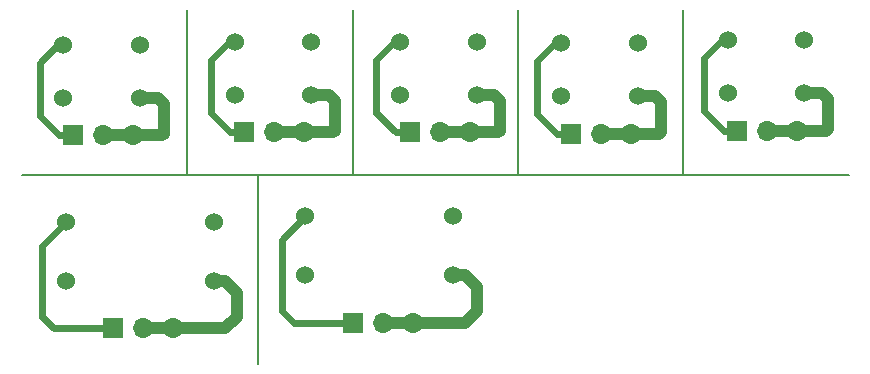
<source format=gbr>
%TF.GenerationSoftware,KiCad,Pcbnew,8.0.4*%
%TF.CreationDate,2024-09-12T20:09:12-05:00*%
%TF.ProjectId,PCBS 22,50434253-2032-4322-9e6b-696361645f70,rev?*%
%TF.SameCoordinates,Original*%
%TF.FileFunction,Copper,L2,Bot*%
%TF.FilePolarity,Positive*%
%FSLAX46Y46*%
G04 Gerber Fmt 4.6, Leading zero omitted, Abs format (unit mm)*
G04 Created by KiCad (PCBNEW 8.0.4) date 2024-09-12 20:09:12*
%MOMM*%
%LPD*%
G01*
G04 APERTURE LIST*
%TA.AperFunction,NonConductor*%
%ADD10C,0.200000*%
%TD*%
%TA.AperFunction,ComponentPad*%
%ADD11C,1.524000*%
%TD*%
%TA.AperFunction,ComponentPad*%
%ADD12R,1.700000X1.700000*%
%TD*%
%TA.AperFunction,ComponentPad*%
%ADD13O,1.700000X1.700000*%
%TD*%
%TA.AperFunction,Conductor*%
%ADD14C,1.000000*%
%TD*%
%TA.AperFunction,Conductor*%
%ADD15C,0.600000*%
%TD*%
G04 APERTURE END LIST*
D10*
X151000000Y-84000000D02*
X151000000Y-70000000D01*
X95000000Y-84000000D02*
X165000000Y-84000000D01*
X137000000Y-70000000D02*
X137000000Y-84000000D01*
X109000000Y-70000000D02*
X109000000Y-84000000D01*
X123000000Y-84000000D02*
X123000000Y-70000000D01*
X115000000Y-100000000D02*
X115000000Y-84000000D01*
D11*
%TO.P,SW1,1*%
%TO.N,/D1*%
X98500000Y-73000000D03*
%TO.P,SW1,2*%
%TO.N,unconnected-(SW1-Pad2)*%
X105000000Y-73000000D03*
%TO.N,unconnected-(SW1-Pad2)_1*%
X105000000Y-73000000D03*
%TO.N,unconnected-(SW1-Pad2)_2*%
X105000000Y-73000000D03*
%TO.P,SW1,3*%
%TO.N,unconnected-(SW1-Pad3)*%
X98500000Y-77500000D03*
%TO.P,SW1,4*%
%TO.N,GND*%
X105000000Y-77500000D03*
%TD*%
D12*
%TO.P,J1,1,Pin_1*%
%TO.N,/D1*%
X127835000Y-80405000D03*
D13*
%TO.P,J1,2,Pin_2*%
%TO.N,GND*%
X130375000Y-80405000D03*
%TO.P,J1,3,Pin_3*%
X132915000Y-80405000D03*
%TD*%
D11*
%TO.P,SW5,1*%
%TO.N,/D1*%
X154750000Y-72600000D03*
%TO.P,SW5,2*%
%TO.N,unconnected-(SW1-Pad2)*%
X161250000Y-72600000D03*
%TO.N,unconnected-(SW1-Pad2)_1*%
X161250000Y-72600000D03*
%TO.N,unconnected-(SW1-Pad2)_2*%
X161250000Y-72600000D03*
%TO.P,SW5,3*%
%TO.N,unconnected-(SW1-Pad3)*%
X154750000Y-77100000D03*
%TO.P,SW5,4*%
%TO.N,GND*%
X161250000Y-77100000D03*
%TD*%
%TO.P,SW2,1*%
%TO.N,/D1*%
X113000000Y-72750000D03*
%TO.P,SW2,2*%
%TO.N,unconnected-(SW1-Pad2)*%
X119500000Y-72750000D03*
%TO.N,unconnected-(SW1-Pad2)_1*%
X119500000Y-72750000D03*
%TO.N,unconnected-(SW1-Pad2)_2*%
X119500000Y-72750000D03*
%TO.P,SW2,3*%
%TO.N,unconnected-(SW1-Pad3)*%
X113000000Y-77250000D03*
%TO.P,SW2,4*%
%TO.N,GND*%
X119500000Y-77250000D03*
%TD*%
%TO.P,SW6,1*%
%TO.N,/D1*%
X98729671Y-88000000D03*
%TO.P,SW6,2*%
%TO.N,unconnected-(SW2-Pad2)*%
X111229671Y-88000000D03*
%TO.P,SW6,3*%
%TO.N,unconnected-(SW2-Pad3)*%
X98729671Y-93000000D03*
%TO.P,SW6,4*%
%TO.N,GND*%
X111229671Y-93000000D03*
%TD*%
D12*
%TO.P,J1,1,Pin_1*%
%TO.N,/D1*%
X99335000Y-80655000D03*
D13*
%TO.P,J1,2,Pin_2*%
%TO.N,GND*%
X101875000Y-80655000D03*
%TO.P,J1,3,Pin_3*%
X104415000Y-80655000D03*
%TD*%
D11*
%TO.P,SW7,1*%
%TO.N,/D1*%
X119000000Y-87500000D03*
%TO.P,SW7,2*%
%TO.N,unconnected-(SW2-Pad2)*%
X131500000Y-87500000D03*
%TO.P,SW7,3*%
%TO.N,unconnected-(SW2-Pad3)*%
X119000000Y-92500000D03*
%TO.P,SW7,4*%
%TO.N,GND*%
X131500000Y-92500000D03*
%TD*%
%TO.P,SW4,1*%
%TO.N,/D1*%
X140625000Y-72845000D03*
%TO.P,SW4,2*%
%TO.N,unconnected-(SW1-Pad2)*%
X147125000Y-72845000D03*
%TO.N,unconnected-(SW1-Pad2)_1*%
X147125000Y-72845000D03*
%TO.N,unconnected-(SW1-Pad2)_2*%
X147125000Y-72845000D03*
%TO.P,SW4,3*%
%TO.N,unconnected-(SW1-Pad3)*%
X140625000Y-77345000D03*
%TO.P,SW4,4*%
%TO.N,GND*%
X147125000Y-77345000D03*
%TD*%
%TO.P,SW3,1*%
%TO.N,/D1*%
X127000000Y-72750000D03*
%TO.P,SW3,2*%
%TO.N,unconnected-(SW1-Pad2)*%
X133500000Y-72750000D03*
%TO.N,unconnected-(SW1-Pad2)_1*%
X133500000Y-72750000D03*
%TO.N,unconnected-(SW1-Pad2)_2*%
X133500000Y-72750000D03*
%TO.P,SW3,3*%
%TO.N,unconnected-(SW1-Pad3)*%
X127000000Y-77250000D03*
%TO.P,SW3,4*%
%TO.N,GND*%
X133500000Y-77250000D03*
%TD*%
D12*
%TO.P,J2,1,Pin_1*%
%TO.N,/D1*%
X102729671Y-97000000D03*
D13*
%TO.P,J2,2,Pin_2*%
%TO.N,GND*%
X105269671Y-97000000D03*
%TO.P,J2,3,Pin_3*%
X107809671Y-97000000D03*
%TD*%
D12*
%TO.P,J1,1,Pin_1*%
%TO.N,/D1*%
X155585000Y-80255000D03*
D13*
%TO.P,J1,2,Pin_2*%
%TO.N,GND*%
X158125000Y-80255000D03*
%TO.P,J1,3,Pin_3*%
X160665000Y-80255000D03*
%TD*%
D12*
%TO.P,J1,1,Pin_1*%
%TO.N,/D1*%
X141460000Y-80500000D03*
D13*
%TO.P,J1,2,Pin_2*%
%TO.N,GND*%
X144000000Y-80500000D03*
%TO.P,J1,3,Pin_3*%
X146540000Y-80500000D03*
%TD*%
D12*
%TO.P,J3,1,Pin_1*%
%TO.N,/D1*%
X123000000Y-96500000D03*
D13*
%TO.P,J3,2,Pin_2*%
%TO.N,GND*%
X125540000Y-96500000D03*
%TO.P,J3,3,Pin_3*%
X128080000Y-96500000D03*
%TD*%
D12*
%TO.P,J1,1,Pin_1*%
%TO.N,/D1*%
X113835000Y-80405000D03*
D13*
%TO.P,J1,2,Pin_2*%
%TO.N,GND*%
X116375000Y-80405000D03*
%TO.P,J1,3,Pin_3*%
X118915000Y-80405000D03*
%TD*%
D14*
%TO.N,GND*%
X121500000Y-80250000D02*
X121500000Y-77750000D01*
X160665000Y-80255000D02*
X163095000Y-80255000D01*
X116375000Y-80405000D02*
X118915000Y-80405000D01*
X113229671Y-96000000D02*
X113229671Y-94000000D01*
X125540000Y-96500000D02*
X128080000Y-96500000D01*
X147125000Y-77345000D02*
X148625000Y-77345000D01*
X118915000Y-80405000D02*
X121345000Y-80405000D01*
X121000000Y-77250000D02*
X121500000Y-77750000D01*
X148970000Y-80500000D02*
X149125000Y-80345000D01*
X112229671Y-93000000D02*
X111229671Y-93000000D01*
X163095000Y-80255000D02*
X163250000Y-80100000D01*
X132500000Y-96500000D02*
X133500000Y-95500000D01*
X113229671Y-94000000D02*
X112229671Y-93000000D01*
X149125000Y-80345000D02*
X149125000Y-77845000D01*
X133500000Y-95500000D02*
X133500000Y-93500000D01*
X135500000Y-80250000D02*
X135500000Y-77750000D01*
X106500000Y-77500000D02*
X107000000Y-78000000D01*
X133500000Y-93500000D02*
X132500000Y-92500000D01*
X106845000Y-80655000D02*
X107000000Y-80500000D01*
X105269671Y-97000000D02*
X107809671Y-97000000D01*
X132915000Y-80405000D02*
X135345000Y-80405000D01*
X107000000Y-80500000D02*
X107000000Y-78000000D01*
X146540000Y-80500000D02*
X148970000Y-80500000D01*
X162750000Y-77100000D02*
X163250000Y-77600000D01*
X105000000Y-77500000D02*
X106500000Y-77500000D01*
X148625000Y-77345000D02*
X149125000Y-77845000D01*
X121345000Y-80405000D02*
X121500000Y-80250000D01*
X104415000Y-80655000D02*
X106845000Y-80655000D01*
X119500000Y-77250000D02*
X121000000Y-77250000D01*
X158125000Y-80255000D02*
X160665000Y-80255000D01*
X112229671Y-97000000D02*
X113229671Y-96000000D01*
X144000000Y-80500000D02*
X146540000Y-80500000D01*
X163250000Y-80100000D02*
X163250000Y-77600000D01*
X101875000Y-80655000D02*
X104415000Y-80655000D01*
X133500000Y-77250000D02*
X135000000Y-77250000D01*
X132500000Y-92500000D02*
X131500000Y-92500000D01*
X128080000Y-96500000D02*
X132500000Y-96500000D01*
X135000000Y-77250000D02*
X135500000Y-77750000D01*
X161250000Y-77100000D02*
X162750000Y-77100000D01*
X107809671Y-97000000D02*
X112229671Y-97000000D01*
X130375000Y-80405000D02*
X132915000Y-80405000D01*
X135345000Y-80405000D02*
X135500000Y-80250000D01*
D15*
%TO.N,/D1*%
X152750000Y-78600000D02*
X152750000Y-74100000D01*
X154250000Y-72600000D02*
X154750000Y-72600000D01*
X97729671Y-97000000D02*
X96729671Y-96000000D01*
X125000000Y-78750000D02*
X125000000Y-74250000D01*
X102729671Y-97000000D02*
X97729671Y-97000000D01*
X155585000Y-80255000D02*
X154405000Y-80255000D01*
X111000000Y-78750000D02*
X111000000Y-74250000D01*
X118000000Y-96500000D02*
X117000000Y-95500000D01*
X138625000Y-74345000D02*
X140125000Y-72845000D01*
X96729671Y-90000000D02*
X98729671Y-88000000D01*
X125000000Y-74250000D02*
X126500000Y-72750000D01*
X138625000Y-78845000D02*
X138625000Y-74345000D01*
X140280000Y-80500000D02*
X138625000Y-78845000D01*
X98155000Y-80655000D02*
X96500000Y-79000000D01*
X126655000Y-80405000D02*
X125000000Y-78750000D01*
X99335000Y-80655000D02*
X98155000Y-80655000D01*
X141460000Y-80500000D02*
X140280000Y-80500000D01*
X113835000Y-80405000D02*
X112655000Y-80405000D01*
X126500000Y-72750000D02*
X127000000Y-72750000D01*
X154405000Y-80255000D02*
X152750000Y-78600000D01*
X111000000Y-74250000D02*
X112500000Y-72750000D01*
X98000000Y-73000000D02*
X98500000Y-73000000D01*
X112500000Y-72750000D02*
X113000000Y-72750000D01*
X96729671Y-96000000D02*
X96729671Y-90000000D01*
X96500000Y-79000000D02*
X96500000Y-74500000D01*
X140125000Y-72845000D02*
X140625000Y-72845000D01*
X152750000Y-74100000D02*
X154250000Y-72600000D01*
X117000000Y-95500000D02*
X117000000Y-89500000D01*
X127835000Y-80405000D02*
X126655000Y-80405000D01*
X123000000Y-96500000D02*
X118000000Y-96500000D01*
X112655000Y-80405000D02*
X111000000Y-78750000D01*
X96500000Y-74500000D02*
X98000000Y-73000000D01*
X117000000Y-89500000D02*
X119000000Y-87500000D01*
%TD*%
M02*

</source>
